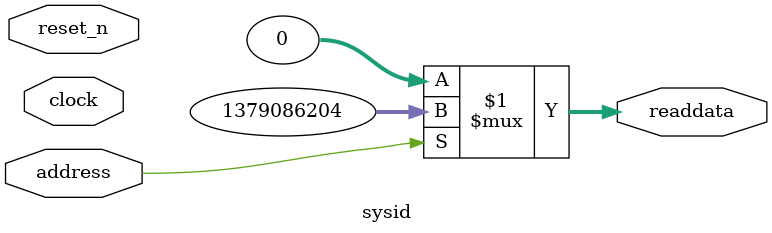
<source format=v>

`timescale 1ns / 1ps
// synthesis translate_on

// turn off superfluous verilog processor warnings 
// altera message_level Level1 
// altera message_off 10034 10035 10036 10037 10230 10240 10030 

module sysid (
               // inputs:
                address,
                clock,
                reset_n,

               // outputs:
                readdata
             )
;

  output  [ 31: 0] readdata;
  input            address;
  input            clock;
  input            reset_n;

  wire    [ 31: 0] readdata;
  //control_slave, which is an e_avalon_slave
  assign readdata = address ? 1379086204 : 0;

endmodule


</source>
